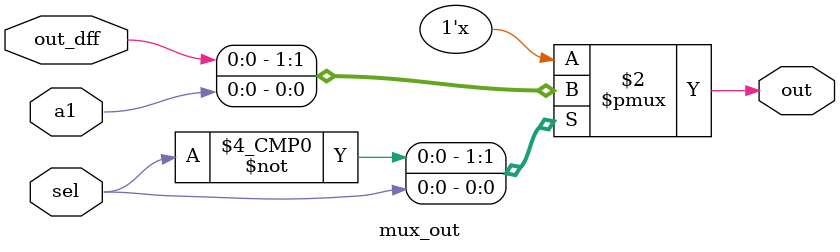
<source format=sv>
`timescale 1ns / 1ps


module mux_out(input logic sel, 
                input logic out_dff,input logic a1,
                output logic out
    );
    
    always_comb begin
        case(sel)
            1'b0: begin out= out_dff ; end
            1'b1: begin out=  a1; end
        endcase
    end
endmodule


</source>
